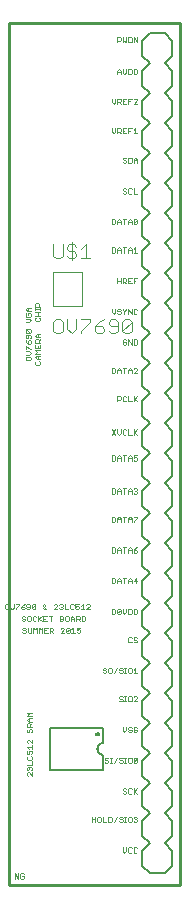
<source format=gto>
G75*
G70*
%OFA0B0*%
%FSLAX24Y24*%
%IPPOS*%
%LPD*%
%AMOC8*
5,1,8,0,0,1.08239X$1,22.5*
%
%ADD10C,0.0100*%
%ADD11C,0.0020*%
%ADD12C,0.0040*%
%ADD13C,0.0050*%
%ADD14C,0.0079*%
%ADD15C,0.0080*%
D10*
X000151Y000151D02*
X000151Y028891D01*
X005860Y028891D01*
X005860Y000151D01*
X000151Y000151D01*
D11*
X000350Y000358D02*
X000350Y000535D01*
X000468Y000358D01*
X000468Y000535D01*
X000531Y000506D02*
X000531Y000388D01*
X000561Y000358D01*
X000620Y000358D01*
X000649Y000388D01*
X000649Y000446D01*
X000590Y000446D01*
X000531Y000506D02*
X000561Y000535D01*
X000620Y000535D01*
X000649Y000506D01*
X000781Y003783D02*
X000752Y003813D01*
X000752Y003872D01*
X000781Y003901D01*
X000811Y003901D01*
X000929Y003783D01*
X000929Y003901D01*
X000899Y003964D02*
X000929Y003994D01*
X000929Y004053D01*
X000899Y004082D01*
X000870Y004082D01*
X000840Y004053D01*
X000840Y004023D01*
X000840Y004053D02*
X000811Y004082D01*
X000781Y004082D01*
X000752Y004053D01*
X000752Y003994D01*
X000781Y003964D01*
X000752Y004146D02*
X000929Y004146D01*
X000929Y004264D01*
X000899Y004327D02*
X000929Y004356D01*
X000929Y004415D01*
X000899Y004445D01*
X000899Y004508D02*
X000929Y004538D01*
X000929Y004597D01*
X000899Y004626D01*
X000840Y004626D01*
X000811Y004597D01*
X000811Y004567D01*
X000840Y004508D01*
X000752Y004508D01*
X000752Y004626D01*
X000811Y004689D02*
X000752Y004748D01*
X000929Y004748D01*
X000929Y004689D02*
X000929Y004807D01*
X000929Y004871D02*
X000811Y004989D01*
X000781Y004989D01*
X000752Y004959D01*
X000752Y004900D01*
X000781Y004871D01*
X000781Y004445D02*
X000752Y004415D01*
X000752Y004356D01*
X000781Y004327D01*
X000899Y004327D01*
X000929Y004871D02*
X000929Y004989D01*
X000899Y005233D02*
X000929Y005262D01*
X000929Y005321D01*
X000899Y005351D01*
X000870Y005351D01*
X000840Y005321D01*
X000840Y005262D01*
X000811Y005233D01*
X000781Y005233D01*
X000752Y005262D01*
X000752Y005321D01*
X000781Y005351D01*
X000752Y005414D02*
X000752Y005503D01*
X000781Y005532D01*
X000840Y005532D01*
X000870Y005503D01*
X000870Y005414D01*
X000929Y005414D02*
X000752Y005414D01*
X000811Y005595D02*
X000752Y005654D01*
X000811Y005713D01*
X000929Y005713D01*
X000929Y005777D02*
X000752Y005777D01*
X000811Y005836D01*
X000752Y005895D01*
X000929Y005895D01*
X000929Y005595D02*
X000811Y005595D01*
X000840Y005595D02*
X000840Y005713D01*
X000929Y005532D02*
X000870Y005473D01*
X000819Y008547D02*
X000878Y008547D01*
X000908Y008576D01*
X000908Y008724D01*
X000971Y008724D02*
X000971Y008547D01*
X001030Y008665D02*
X000971Y008724D01*
X001030Y008665D02*
X001089Y008724D01*
X001089Y008547D01*
X001152Y008547D02*
X001152Y008724D01*
X001211Y008665D01*
X001270Y008724D01*
X001270Y008547D01*
X001333Y008547D02*
X001333Y008724D01*
X001451Y008724D01*
X001514Y008724D02*
X001514Y008547D01*
X001514Y008606D02*
X001603Y008606D01*
X001632Y008635D01*
X001632Y008694D01*
X001603Y008724D01*
X001514Y008724D01*
X001573Y008606D02*
X001632Y008547D01*
X001550Y008941D02*
X001550Y009118D01*
X001491Y009118D02*
X001609Y009118D01*
X001648Y009334D02*
X001766Y009452D01*
X001766Y009482D01*
X001736Y009511D01*
X001677Y009511D01*
X001648Y009482D01*
X001648Y009334D02*
X001766Y009334D01*
X001829Y009364D02*
X001859Y009334D01*
X001918Y009334D01*
X001947Y009364D01*
X001947Y009393D01*
X001918Y009423D01*
X001888Y009423D01*
X001918Y009423D02*
X001947Y009452D01*
X001947Y009482D01*
X001918Y009511D01*
X001859Y009511D01*
X001829Y009482D01*
X001853Y009118D02*
X001942Y009118D01*
X001971Y009088D01*
X001971Y009059D01*
X001942Y009029D01*
X001853Y009029D01*
X001853Y008941D02*
X001853Y009118D01*
X001853Y008941D02*
X001942Y008941D01*
X001971Y008970D01*
X001971Y009000D01*
X001942Y009029D01*
X002034Y008970D02*
X002064Y008941D01*
X002123Y008941D01*
X002152Y008970D01*
X002152Y009088D01*
X002123Y009118D01*
X002064Y009118D01*
X002034Y009088D01*
X002034Y008970D01*
X002088Y008724D02*
X002058Y008694D01*
X002058Y008576D01*
X002176Y008694D01*
X002176Y008576D01*
X002147Y008547D01*
X002088Y008547D01*
X002058Y008576D01*
X001995Y008547D02*
X001877Y008547D01*
X001995Y008665D01*
X001995Y008694D01*
X001965Y008724D01*
X001906Y008724D01*
X001877Y008694D01*
X002088Y008724D02*
X002147Y008724D01*
X002176Y008694D01*
X002239Y008665D02*
X002298Y008724D01*
X002298Y008547D01*
X002239Y008547D02*
X002357Y008547D01*
X002421Y008576D02*
X002450Y008547D01*
X002509Y008547D01*
X002539Y008576D01*
X002539Y008635D01*
X002509Y008665D01*
X002479Y008665D01*
X002421Y008635D01*
X002421Y008724D01*
X002539Y008724D01*
X002515Y008941D02*
X002456Y009000D01*
X002485Y009000D02*
X002515Y009029D01*
X002515Y009088D01*
X002485Y009118D01*
X002397Y009118D01*
X002397Y008941D01*
X002397Y009000D02*
X002485Y009000D01*
X002578Y008941D02*
X002578Y009118D01*
X002666Y009118D01*
X002696Y009088D01*
X002696Y008970D01*
X002666Y008941D01*
X002578Y008941D01*
X002554Y009334D02*
X002672Y009334D01*
X002613Y009334D02*
X002613Y009511D01*
X002554Y009452D01*
X002491Y009423D02*
X002491Y009364D01*
X002461Y009334D01*
X002402Y009334D01*
X002373Y009364D01*
X002373Y009423D02*
X002432Y009452D01*
X002461Y009452D01*
X002491Y009423D01*
X002491Y009511D02*
X002373Y009511D01*
X002373Y009423D01*
X002310Y009482D02*
X002280Y009511D01*
X002221Y009511D01*
X002192Y009482D01*
X002192Y009364D01*
X002221Y009334D01*
X002280Y009334D01*
X002310Y009364D01*
X002274Y009118D02*
X002334Y009059D01*
X002334Y008941D01*
X002334Y009029D02*
X002216Y009029D01*
X002216Y009059D02*
X002274Y009118D01*
X002216Y009059D02*
X002216Y008941D01*
X002128Y009334D02*
X002010Y009334D01*
X002010Y009511D01*
X001451Y008547D02*
X001333Y008547D01*
X001333Y008635D02*
X001392Y008635D01*
X001427Y008941D02*
X001309Y008941D01*
X001309Y009118D01*
X001427Y009118D01*
X001368Y009029D02*
X001309Y009029D01*
X001246Y008941D02*
X001158Y009029D01*
X001128Y009000D02*
X001246Y009118D01*
X001315Y009334D02*
X001286Y009364D01*
X001286Y009393D01*
X001345Y009452D01*
X001345Y009482D01*
X001315Y009511D01*
X001286Y009482D01*
X001286Y009452D01*
X001404Y009334D01*
X001404Y009393D02*
X001345Y009334D01*
X001315Y009334D01*
X001128Y009118D02*
X001128Y008941D01*
X001065Y008970D02*
X001035Y008941D01*
X000976Y008941D01*
X000947Y008970D01*
X000947Y009088D01*
X000976Y009118D01*
X001035Y009118D01*
X001065Y009088D01*
X001012Y009334D02*
X000953Y009334D01*
X000923Y009364D01*
X001041Y009482D01*
X001041Y009364D01*
X001012Y009334D01*
X000923Y009364D02*
X000923Y009482D01*
X000953Y009511D01*
X001012Y009511D01*
X001041Y009482D01*
X000860Y009482D02*
X000830Y009511D01*
X000771Y009511D01*
X000742Y009482D01*
X000742Y009452D01*
X000771Y009423D01*
X000860Y009423D01*
X000860Y009364D02*
X000860Y009482D01*
X000860Y009364D02*
X000830Y009334D01*
X000771Y009334D01*
X000742Y009364D01*
X000679Y009364D02*
X000679Y009393D01*
X000649Y009423D01*
X000561Y009423D01*
X000561Y009364D01*
X000590Y009334D01*
X000649Y009334D01*
X000679Y009364D01*
X000620Y009482D02*
X000679Y009511D01*
X000620Y009482D02*
X000561Y009423D01*
X000497Y009482D02*
X000379Y009364D01*
X000379Y009334D01*
X000316Y009393D02*
X000316Y009511D01*
X000379Y009511D02*
X000497Y009511D01*
X000497Y009482D01*
X000614Y009118D02*
X000585Y009088D01*
X000585Y009059D01*
X000614Y009029D01*
X000673Y009029D01*
X000703Y009000D01*
X000703Y008970D01*
X000673Y008941D01*
X000614Y008941D01*
X000585Y008970D01*
X000614Y009118D02*
X000673Y009118D01*
X000703Y009088D01*
X000766Y009088D02*
X000766Y008970D01*
X000795Y008941D01*
X000854Y008941D01*
X000884Y008970D01*
X000884Y009088D01*
X000854Y009118D01*
X000795Y009118D01*
X000766Y009088D01*
X000790Y008724D02*
X000790Y008576D01*
X000819Y008547D01*
X000726Y008576D02*
X000697Y008547D01*
X000638Y008547D01*
X000608Y008576D01*
X000638Y008635D02*
X000697Y008635D01*
X000726Y008606D01*
X000726Y008576D01*
X000726Y008694D02*
X000697Y008724D01*
X000638Y008724D01*
X000608Y008694D01*
X000608Y008665D01*
X000638Y008635D01*
X000257Y009334D02*
X000316Y009393D01*
X000257Y009334D02*
X000198Y009393D01*
X000198Y009511D01*
X000135Y009482D02*
X000105Y009511D01*
X000046Y009511D01*
X000017Y009482D01*
X000017Y009364D01*
X000046Y009334D01*
X000105Y009334D01*
X000135Y009364D01*
X000135Y009482D01*
X001057Y017495D02*
X001175Y017495D01*
X001204Y017525D01*
X001204Y017584D01*
X001175Y017613D01*
X001204Y017677D02*
X001086Y017677D01*
X001027Y017736D01*
X001086Y017795D01*
X001204Y017795D01*
X001204Y017858D02*
X001027Y017858D01*
X001086Y017917D01*
X001027Y017976D01*
X001204Y017976D01*
X001204Y018039D02*
X001204Y018157D01*
X001204Y018220D02*
X001027Y018220D01*
X001027Y018309D01*
X001057Y018338D01*
X001116Y018338D01*
X001145Y018309D01*
X001145Y018220D01*
X001145Y018279D02*
X001204Y018338D01*
X001204Y018401D02*
X001086Y018401D01*
X001027Y018460D01*
X001086Y018519D01*
X001204Y018519D01*
X001204Y018039D02*
X001027Y018039D01*
X001027Y018157D01*
X001116Y018098D02*
X001116Y018039D01*
X001116Y017795D02*
X001116Y017677D01*
X001057Y017613D02*
X001027Y017584D01*
X001027Y017525D01*
X001057Y017495D01*
X000889Y017669D02*
X000889Y017728D01*
X000860Y017758D01*
X000742Y017758D01*
X000712Y017728D01*
X000712Y017669D01*
X000742Y017640D01*
X000860Y017640D01*
X000889Y017669D01*
X000830Y017821D02*
X000889Y017880D01*
X000830Y017939D01*
X000712Y017939D01*
X000712Y018002D02*
X000712Y018120D01*
X000742Y018120D01*
X000860Y018002D01*
X000889Y018002D01*
X000860Y018184D02*
X000801Y018184D01*
X000801Y018272D01*
X000830Y018302D01*
X000860Y018302D01*
X000889Y018272D01*
X000889Y018213D01*
X000860Y018184D01*
X000801Y018184D02*
X000742Y018243D01*
X000712Y018302D01*
X000742Y018365D02*
X000712Y018394D01*
X000712Y018453D01*
X000742Y018483D01*
X000860Y018483D01*
X000889Y018453D01*
X000889Y018394D01*
X000860Y018365D01*
X000801Y018394D02*
X000801Y018483D01*
X000860Y018546D02*
X000742Y018664D01*
X000860Y018664D01*
X000889Y018635D01*
X000889Y018576D01*
X000860Y018546D01*
X000742Y018546D01*
X000712Y018576D01*
X000712Y018635D01*
X000742Y018664D01*
X000712Y018909D02*
X000830Y018909D01*
X000889Y018967D01*
X000830Y019026D01*
X000712Y019026D01*
X000742Y019090D02*
X000712Y019119D01*
X000712Y019178D01*
X000742Y019208D01*
X000801Y019208D02*
X000801Y019149D01*
X000801Y019208D02*
X000860Y019208D01*
X000889Y019178D01*
X000889Y019119D01*
X000860Y019090D01*
X000742Y019090D01*
X000771Y019271D02*
X000712Y019330D01*
X000771Y019389D01*
X000889Y019389D01*
X000801Y019389D02*
X000801Y019271D01*
X000771Y019271D02*
X000889Y019271D01*
X001027Y019244D02*
X001204Y019244D01*
X001204Y019308D02*
X001204Y019367D01*
X001204Y019337D02*
X001027Y019337D01*
X001027Y019308D02*
X001027Y019367D01*
X001027Y019428D02*
X001027Y019517D01*
X001057Y019546D01*
X001116Y019546D01*
X001145Y019517D01*
X001145Y019428D01*
X001204Y019428D02*
X001027Y019428D01*
X001116Y019244D02*
X001116Y019126D01*
X001175Y019063D02*
X001204Y019034D01*
X001204Y018975D01*
X001175Y018945D01*
X001057Y018945D01*
X001027Y018975D01*
X001027Y019034D01*
X001057Y019063D01*
X001027Y019126D02*
X001204Y019126D01*
X001116Y018519D02*
X001116Y018401D01*
X000801Y018394D02*
X000771Y018365D01*
X000742Y018365D01*
X000712Y017821D02*
X000830Y017821D01*
X002765Y009511D02*
X002735Y009482D01*
X002765Y009511D02*
X002824Y009511D01*
X002853Y009482D01*
X002853Y009452D01*
X002735Y009334D01*
X002853Y009334D01*
X003313Y007385D02*
X003284Y007356D01*
X003284Y007326D01*
X003313Y007297D01*
X003372Y007297D01*
X003402Y007267D01*
X003402Y007238D01*
X003372Y007208D01*
X003313Y007208D01*
X003284Y007238D01*
X003313Y007385D02*
X003372Y007385D01*
X003402Y007356D01*
X003465Y007356D02*
X003465Y007238D01*
X003494Y007208D01*
X003553Y007208D01*
X003583Y007238D01*
X003583Y007356D01*
X003553Y007385D01*
X003494Y007385D01*
X003465Y007356D01*
X003646Y007208D02*
X003764Y007385D01*
X003827Y007356D02*
X003827Y007326D01*
X003857Y007297D01*
X003916Y007297D01*
X003945Y007267D01*
X003945Y007238D01*
X003916Y007208D01*
X003857Y007208D01*
X003827Y007238D01*
X003827Y007356D02*
X003857Y007385D01*
X003916Y007385D01*
X003945Y007356D01*
X004008Y007385D02*
X004067Y007385D01*
X004038Y007385D02*
X004038Y007208D01*
X004067Y007208D02*
X004008Y007208D01*
X004129Y007238D02*
X004159Y007208D01*
X004218Y007208D01*
X004247Y007238D01*
X004247Y007356D01*
X004218Y007385D01*
X004159Y007385D01*
X004129Y007356D01*
X004129Y007238D01*
X004159Y006441D02*
X004129Y006411D01*
X004129Y006293D01*
X004159Y006264D01*
X004218Y006264D01*
X004247Y006293D01*
X004247Y006411D01*
X004218Y006441D01*
X004159Y006441D01*
X004067Y006441D02*
X004009Y006441D01*
X004038Y006441D02*
X004038Y006264D01*
X004009Y006264D02*
X004067Y006264D01*
X003945Y006293D02*
X003916Y006264D01*
X003857Y006264D01*
X003827Y006293D01*
X003857Y006352D02*
X003827Y006382D01*
X003827Y006411D01*
X003857Y006441D01*
X003916Y006441D01*
X003945Y006411D01*
X003916Y006352D02*
X003857Y006352D01*
X003916Y006352D02*
X003945Y006323D01*
X003945Y006293D01*
X003948Y005417D02*
X003948Y005299D01*
X004007Y005240D01*
X004066Y005299D01*
X004066Y005417D01*
X004129Y005387D02*
X004129Y005358D01*
X004159Y005328D01*
X004218Y005328D01*
X004247Y005299D01*
X004247Y005269D01*
X004218Y005240D01*
X004159Y005240D01*
X004129Y005269D01*
X004129Y005387D02*
X004159Y005417D01*
X004218Y005417D01*
X004247Y005387D01*
X004311Y005387D02*
X004311Y005358D01*
X004340Y005328D01*
X004399Y005328D01*
X004429Y005299D01*
X004429Y005269D01*
X004399Y005240D01*
X004340Y005240D01*
X004311Y005269D01*
X004311Y005387D02*
X004340Y005417D01*
X004399Y005417D01*
X004429Y005387D01*
X004429Y006264D02*
X004311Y006264D01*
X004429Y006382D01*
X004429Y006411D01*
X004399Y006441D01*
X004340Y006441D01*
X004311Y006411D01*
X004310Y007208D02*
X004428Y007208D01*
X004369Y007208D02*
X004369Y007385D01*
X004310Y007326D01*
X004340Y008232D02*
X004311Y008262D01*
X004340Y008232D02*
X004399Y008232D01*
X004429Y008262D01*
X004429Y008291D01*
X004399Y008321D01*
X004340Y008321D01*
X004311Y008350D01*
X004311Y008380D01*
X004340Y008409D01*
X004399Y008409D01*
X004429Y008380D01*
X004247Y008380D02*
X004218Y008409D01*
X004159Y008409D01*
X004129Y008380D01*
X004129Y008262D01*
X004159Y008232D01*
X004218Y008232D01*
X004247Y008262D01*
X004218Y009177D02*
X004129Y009177D01*
X004129Y009354D01*
X004218Y009354D01*
X004247Y009324D01*
X004247Y009206D01*
X004218Y009177D01*
X004311Y009177D02*
X004311Y009354D01*
X004399Y009354D01*
X004429Y009324D01*
X004429Y009206D01*
X004399Y009177D01*
X004311Y009177D01*
X004066Y009236D02*
X004066Y009354D01*
X004066Y009236D02*
X004007Y009177D01*
X003948Y009236D01*
X003948Y009354D01*
X003885Y009324D02*
X003885Y009206D01*
X003855Y009177D01*
X003796Y009177D01*
X003767Y009206D01*
X003885Y009324D01*
X003855Y009354D01*
X003796Y009354D01*
X003767Y009324D01*
X003767Y009206D01*
X003704Y009206D02*
X003704Y009324D01*
X003674Y009354D01*
X003586Y009354D01*
X003586Y009177D01*
X003674Y009177D01*
X003704Y009206D01*
X003674Y010201D02*
X003586Y010201D01*
X003586Y010378D01*
X003674Y010378D01*
X003704Y010348D01*
X003704Y010230D01*
X003674Y010201D01*
X003767Y010201D02*
X003767Y010319D01*
X003826Y010378D01*
X003885Y010319D01*
X003885Y010201D01*
X003885Y010289D02*
X003767Y010289D01*
X003948Y010378D02*
X004066Y010378D01*
X004007Y010378D02*
X004007Y010201D01*
X004129Y010201D02*
X004129Y010319D01*
X004188Y010378D01*
X004247Y010319D01*
X004247Y010201D01*
X004247Y010289D02*
X004129Y010289D01*
X004311Y010289D02*
X004429Y010289D01*
X004399Y010378D02*
X004311Y010289D01*
X004399Y010201D02*
X004399Y010378D01*
X004399Y011224D02*
X004340Y011224D01*
X004311Y011254D01*
X004311Y011313D01*
X004399Y011313D01*
X004429Y011283D01*
X004429Y011254D01*
X004399Y011224D01*
X004311Y011313D02*
X004369Y011372D01*
X004429Y011401D01*
X004247Y011342D02*
X004247Y011224D01*
X004247Y011313D02*
X004129Y011313D01*
X004129Y011342D02*
X004129Y011224D01*
X004129Y011342D02*
X004188Y011401D01*
X004247Y011342D01*
X004066Y011401D02*
X003948Y011401D01*
X004007Y011401D02*
X004007Y011224D01*
X003885Y011224D02*
X003885Y011342D01*
X003826Y011401D01*
X003767Y011342D01*
X003767Y011224D01*
X003704Y011254D02*
X003704Y011372D01*
X003674Y011401D01*
X003586Y011401D01*
X003586Y011224D01*
X003674Y011224D01*
X003704Y011254D01*
X003767Y011313D02*
X003885Y011313D01*
X003885Y012248D02*
X003885Y012366D01*
X003826Y012425D01*
X003767Y012366D01*
X003767Y012248D01*
X003704Y012277D02*
X003704Y012395D01*
X003674Y012425D01*
X003586Y012425D01*
X003586Y012248D01*
X003674Y012248D01*
X003704Y012277D01*
X003767Y012336D02*
X003885Y012336D01*
X003948Y012425D02*
X004066Y012425D01*
X004007Y012425D02*
X004007Y012248D01*
X004129Y012248D02*
X004129Y012366D01*
X004188Y012425D01*
X004247Y012366D01*
X004247Y012248D01*
X004311Y012248D02*
X004311Y012277D01*
X004429Y012395D01*
X004429Y012425D01*
X004311Y012425D01*
X004247Y012336D02*
X004129Y012336D01*
X004129Y013193D02*
X004129Y013311D01*
X004188Y013370D01*
X004247Y013311D01*
X004247Y013193D01*
X004311Y013222D02*
X004340Y013193D01*
X004399Y013193D01*
X004429Y013222D01*
X004429Y013252D01*
X004399Y013281D01*
X004369Y013281D01*
X004399Y013281D02*
X004429Y013311D01*
X004429Y013340D01*
X004399Y013370D01*
X004340Y013370D01*
X004311Y013340D01*
X004247Y013281D02*
X004129Y013281D01*
X004066Y013370D02*
X003948Y013370D01*
X004007Y013370D02*
X004007Y013193D01*
X003885Y013193D02*
X003885Y013311D01*
X003826Y013370D01*
X003767Y013311D01*
X003767Y013193D01*
X003704Y013222D02*
X003704Y013340D01*
X003674Y013370D01*
X003586Y013370D01*
X003586Y013193D01*
X003674Y013193D01*
X003704Y013222D01*
X003767Y013281D02*
X003885Y013281D01*
X003885Y014295D02*
X003885Y014413D01*
X003826Y014472D01*
X003767Y014413D01*
X003767Y014295D01*
X003704Y014325D02*
X003704Y014443D01*
X003674Y014472D01*
X003586Y014472D01*
X003586Y014295D01*
X003674Y014295D01*
X003704Y014325D01*
X003767Y014384D02*
X003885Y014384D01*
X003948Y014472D02*
X004066Y014472D01*
X004007Y014472D02*
X004007Y014295D01*
X004129Y014295D02*
X004129Y014413D01*
X004188Y014472D01*
X004247Y014413D01*
X004247Y014295D01*
X004311Y014325D02*
X004340Y014295D01*
X004399Y014295D01*
X004429Y014325D01*
X004429Y014384D01*
X004399Y014413D01*
X004369Y014413D01*
X004311Y014384D01*
X004311Y014472D01*
X004429Y014472D01*
X004247Y014384D02*
X004129Y014384D01*
X004129Y015161D02*
X004247Y015161D01*
X004311Y015161D02*
X004311Y015338D01*
X004340Y015250D02*
X004429Y015161D01*
X004311Y015220D02*
X004429Y015338D01*
X004429Y016264D02*
X004340Y016352D01*
X004311Y016323D02*
X004429Y016441D01*
X004311Y016441D02*
X004311Y016264D01*
X004247Y016264D02*
X004129Y016264D01*
X004129Y016441D01*
X004066Y016411D02*
X004037Y016441D01*
X003978Y016441D01*
X003948Y016411D01*
X003948Y016293D01*
X003978Y016264D01*
X004037Y016264D01*
X004066Y016293D01*
X003885Y016352D02*
X003855Y016323D01*
X003767Y016323D01*
X003767Y016264D02*
X003767Y016441D01*
X003855Y016441D01*
X003885Y016411D01*
X003885Y016352D01*
X003885Y017208D02*
X003885Y017326D01*
X003826Y017385D01*
X003767Y017326D01*
X003767Y017208D01*
X003704Y017238D02*
X003704Y017356D01*
X003674Y017385D01*
X003586Y017385D01*
X003586Y017208D01*
X003674Y017208D01*
X003704Y017238D01*
X003767Y017297D02*
X003885Y017297D01*
X003948Y017385D02*
X004066Y017385D01*
X004007Y017385D02*
X004007Y017208D01*
X004129Y017208D02*
X004129Y017326D01*
X004188Y017385D01*
X004247Y017326D01*
X004247Y017208D01*
X004311Y017208D02*
X004429Y017326D01*
X004429Y017356D01*
X004399Y017385D01*
X004340Y017385D01*
X004311Y017356D01*
X004247Y017297D02*
X004129Y017297D01*
X004311Y017208D02*
X004429Y017208D01*
X004399Y018153D02*
X004311Y018153D01*
X004311Y018330D01*
X004399Y018330D01*
X004429Y018301D01*
X004429Y018183D01*
X004399Y018153D01*
X004247Y018153D02*
X004247Y018330D01*
X004129Y018330D02*
X004247Y018153D01*
X004129Y018153D02*
X004129Y018330D01*
X004066Y018301D02*
X004037Y018330D01*
X003978Y018330D01*
X003948Y018301D01*
X003948Y018183D01*
X003978Y018153D01*
X004037Y018153D01*
X004066Y018183D01*
X004066Y018242D01*
X004007Y018242D01*
X004007Y019177D02*
X004007Y019265D01*
X004066Y019324D01*
X004066Y019354D01*
X004129Y019354D02*
X004247Y019177D01*
X004247Y019354D01*
X004311Y019324D02*
X004311Y019206D01*
X004340Y019177D01*
X004399Y019177D01*
X004429Y019206D01*
X004429Y019324D02*
X004399Y019354D01*
X004340Y019354D01*
X004311Y019324D01*
X004129Y019354D02*
X004129Y019177D01*
X004007Y019265D02*
X003948Y019324D01*
X003948Y019354D01*
X003885Y019324D02*
X003855Y019354D01*
X003796Y019354D01*
X003767Y019324D01*
X003767Y019295D01*
X003796Y019265D01*
X003855Y019265D01*
X003885Y019236D01*
X003885Y019206D01*
X003855Y019177D01*
X003796Y019177D01*
X003767Y019206D01*
X003704Y019236D02*
X003704Y019354D01*
X003704Y019236D02*
X003645Y019177D01*
X003586Y019236D01*
X003586Y019354D01*
X003767Y020201D02*
X003767Y020378D01*
X003767Y020289D02*
X003885Y020289D01*
X003948Y020260D02*
X004037Y020260D01*
X004066Y020289D01*
X004066Y020348D01*
X004037Y020378D01*
X003948Y020378D01*
X003948Y020201D01*
X003885Y020201D02*
X003885Y020378D01*
X004007Y020260D02*
X004066Y020201D01*
X004129Y020201D02*
X004129Y020378D01*
X004247Y020378D01*
X004311Y020378D02*
X004311Y020201D01*
X004247Y020201D02*
X004129Y020201D01*
X004129Y020289D02*
X004188Y020289D01*
X004311Y020289D02*
X004370Y020289D01*
X004311Y020378D02*
X004429Y020378D01*
X004429Y021224D02*
X004311Y021224D01*
X004369Y021224D02*
X004369Y021401D01*
X004311Y021342D01*
X004247Y021342D02*
X004247Y021224D01*
X004247Y021313D02*
X004129Y021313D01*
X004129Y021342D02*
X004188Y021401D01*
X004247Y021342D01*
X004129Y021342D02*
X004129Y021224D01*
X004066Y021401D02*
X003948Y021401D01*
X004007Y021401D02*
X004007Y021224D01*
X003885Y021224D02*
X003885Y021342D01*
X003826Y021401D01*
X003767Y021342D01*
X003767Y021224D01*
X003704Y021254D02*
X003704Y021372D01*
X003674Y021401D01*
X003586Y021401D01*
X003586Y021224D01*
X003674Y021224D01*
X003704Y021254D01*
X003767Y021313D02*
X003885Y021313D01*
X003885Y022169D02*
X003885Y022287D01*
X003826Y022346D01*
X003767Y022287D01*
X003767Y022169D01*
X003704Y022199D02*
X003704Y022317D01*
X003674Y022346D01*
X003586Y022346D01*
X003586Y022169D01*
X003674Y022169D01*
X003704Y022199D01*
X003767Y022258D02*
X003885Y022258D01*
X003948Y022346D02*
X004066Y022346D01*
X004007Y022346D02*
X004007Y022169D01*
X004129Y022169D02*
X004129Y022287D01*
X004188Y022346D01*
X004247Y022287D01*
X004247Y022169D01*
X004311Y022199D02*
X004429Y022317D01*
X004429Y022199D01*
X004399Y022169D01*
X004340Y022169D01*
X004311Y022199D01*
X004311Y022317D01*
X004340Y022346D01*
X004399Y022346D01*
X004429Y022317D01*
X004247Y022258D02*
X004129Y022258D01*
X004159Y023193D02*
X004129Y023222D01*
X004129Y023340D01*
X004159Y023370D01*
X004218Y023370D01*
X004247Y023340D01*
X004311Y023370D02*
X004311Y023193D01*
X004429Y023193D01*
X004247Y023222D02*
X004218Y023193D01*
X004159Y023193D01*
X004066Y023222D02*
X004037Y023193D01*
X003978Y023193D01*
X003948Y023222D01*
X003978Y023281D02*
X003948Y023311D01*
X003948Y023340D01*
X003978Y023370D01*
X004037Y023370D01*
X004066Y023340D01*
X004037Y023281D02*
X004066Y023252D01*
X004066Y023222D01*
X004037Y023281D02*
X003978Y023281D01*
X003978Y024216D02*
X003948Y024246D01*
X003978Y024216D02*
X004037Y024216D01*
X004066Y024246D01*
X004066Y024275D01*
X004037Y024305D01*
X003978Y024305D01*
X003948Y024334D01*
X003948Y024364D01*
X003978Y024393D01*
X004037Y024393D01*
X004066Y024364D01*
X004129Y024393D02*
X004218Y024393D01*
X004247Y024364D01*
X004247Y024246D01*
X004218Y024216D01*
X004129Y024216D01*
X004129Y024393D01*
X004311Y024334D02*
X004370Y024393D01*
X004429Y024334D01*
X004429Y024216D01*
X004429Y024305D02*
X004311Y024305D01*
X004311Y024334D02*
X004311Y024216D01*
X004311Y025201D02*
X004429Y025201D01*
X004369Y025201D02*
X004369Y025378D01*
X004311Y025319D01*
X004247Y025378D02*
X004129Y025378D01*
X004129Y025201D01*
X004066Y025201D02*
X003948Y025201D01*
X003948Y025378D01*
X004066Y025378D01*
X004007Y025289D02*
X003948Y025289D01*
X003885Y025289D02*
X003855Y025260D01*
X003767Y025260D01*
X003826Y025260D02*
X003885Y025201D01*
X003885Y025289D02*
X003885Y025348D01*
X003855Y025378D01*
X003767Y025378D01*
X003767Y025201D01*
X003704Y025260D02*
X003704Y025378D01*
X003704Y025260D02*
X003645Y025201D01*
X003586Y025260D01*
X003586Y025378D01*
X003645Y026185D02*
X003586Y026244D01*
X003586Y026362D01*
X003704Y026244D02*
X003645Y026185D01*
X003704Y026244D02*
X003704Y026362D01*
X003767Y026362D02*
X003855Y026362D01*
X003885Y026332D01*
X003885Y026273D01*
X003855Y026244D01*
X003767Y026244D01*
X003826Y026244D02*
X003885Y026185D01*
X003948Y026185D02*
X004066Y026185D01*
X004129Y026185D02*
X004129Y026362D01*
X004247Y026362D01*
X004311Y026332D02*
X004340Y026362D01*
X004399Y026362D01*
X004429Y026332D01*
X004429Y026303D01*
X004311Y026185D01*
X004429Y026185D01*
X004399Y027169D02*
X004311Y027169D01*
X004311Y027346D01*
X004399Y027346D01*
X004429Y027317D01*
X004429Y027199D01*
X004399Y027169D01*
X004247Y027199D02*
X004247Y027317D01*
X004218Y027346D01*
X004129Y027346D01*
X004129Y027169D01*
X004218Y027169D01*
X004247Y027199D01*
X004066Y027228D02*
X004066Y027346D01*
X004066Y027228D02*
X004007Y027169D01*
X003948Y027228D01*
X003948Y027346D01*
X003885Y027287D02*
X003885Y027169D01*
X003885Y027258D02*
X003767Y027258D01*
X003767Y027287D02*
X003826Y027346D01*
X003885Y027287D01*
X003767Y027287D02*
X003767Y027169D01*
X003767Y026362D02*
X003767Y026185D01*
X003948Y026185D02*
X003948Y026362D01*
X004066Y026362D01*
X004007Y026273D02*
X003948Y026273D01*
X004129Y026273D02*
X004188Y026273D01*
X004188Y025289D02*
X004129Y025289D01*
X004129Y028232D02*
X004218Y028232D01*
X004247Y028262D01*
X004247Y028380D01*
X004218Y028409D01*
X004129Y028409D01*
X004129Y028232D01*
X004066Y028232D02*
X004066Y028409D01*
X004007Y028291D02*
X004066Y028232D01*
X004007Y028291D02*
X003948Y028232D01*
X003948Y028409D01*
X003885Y028380D02*
X003885Y028321D01*
X003855Y028291D01*
X003767Y028291D01*
X003767Y028232D02*
X003767Y028409D01*
X003855Y028409D01*
X003885Y028380D01*
X004311Y028409D02*
X004429Y028232D01*
X004429Y028409D01*
X004311Y028409D02*
X004311Y028232D01*
X004129Y015338D02*
X004129Y015161D01*
X004066Y015191D02*
X004037Y015161D01*
X003978Y015161D01*
X003948Y015191D01*
X003948Y015309D01*
X003978Y015338D01*
X004037Y015338D01*
X004066Y015309D01*
X003885Y015338D02*
X003885Y015220D01*
X003826Y015161D01*
X003767Y015220D01*
X003767Y015338D01*
X003704Y015338D02*
X003586Y015161D01*
X003704Y015161D02*
X003586Y015338D01*
X003525Y004393D02*
X003584Y004393D01*
X003555Y004393D02*
X003555Y004216D01*
X003584Y004216D02*
X003525Y004216D01*
X003462Y004246D02*
X003432Y004216D01*
X003373Y004216D01*
X003344Y004246D01*
X003373Y004305D02*
X003344Y004334D01*
X003344Y004364D01*
X003373Y004393D01*
X003432Y004393D01*
X003462Y004364D01*
X003432Y004305D02*
X003373Y004305D01*
X003432Y004305D02*
X003462Y004275D01*
X003462Y004246D01*
X003646Y004216D02*
X003764Y004393D01*
X003827Y004364D02*
X003827Y004334D01*
X003857Y004305D01*
X003916Y004305D01*
X003945Y004275D01*
X003945Y004246D01*
X003916Y004216D01*
X003857Y004216D01*
X003827Y004246D01*
X003827Y004364D02*
X003857Y004393D01*
X003916Y004393D01*
X003945Y004364D01*
X004008Y004393D02*
X004067Y004393D01*
X004038Y004393D02*
X004038Y004216D01*
X004067Y004216D02*
X004008Y004216D01*
X004129Y004246D02*
X004159Y004216D01*
X004218Y004216D01*
X004247Y004246D01*
X004247Y004364D01*
X004218Y004393D01*
X004159Y004393D01*
X004129Y004364D01*
X004129Y004246D01*
X004310Y004246D02*
X004428Y004364D01*
X004428Y004246D01*
X004399Y004216D01*
X004340Y004216D01*
X004310Y004246D01*
X004310Y004364D01*
X004340Y004393D01*
X004399Y004393D01*
X004428Y004364D01*
X004429Y003370D02*
X004311Y003252D01*
X004340Y003281D02*
X004429Y003193D01*
X004311Y003193D02*
X004311Y003370D01*
X004247Y003340D02*
X004218Y003370D01*
X004159Y003370D01*
X004129Y003340D01*
X004129Y003222D01*
X004159Y003193D01*
X004218Y003193D01*
X004247Y003222D01*
X004066Y003222D02*
X004037Y003193D01*
X003978Y003193D01*
X003948Y003222D01*
X003978Y003281D02*
X003948Y003311D01*
X003948Y003340D01*
X003978Y003370D01*
X004037Y003370D01*
X004066Y003340D01*
X004037Y003281D02*
X004066Y003252D01*
X004066Y003222D01*
X004037Y003281D02*
X003978Y003281D01*
X004008Y002425D02*
X004067Y002425D01*
X004038Y002425D02*
X004038Y002248D01*
X004067Y002248D02*
X004008Y002248D01*
X003945Y002277D02*
X003916Y002248D01*
X003857Y002248D01*
X003827Y002277D01*
X003857Y002336D02*
X003827Y002366D01*
X003827Y002395D01*
X003857Y002425D01*
X003916Y002425D01*
X003945Y002395D01*
X003916Y002336D02*
X003945Y002307D01*
X003945Y002277D01*
X003916Y002336D02*
X003857Y002336D01*
X003764Y002425D02*
X003646Y002248D01*
X003583Y002277D02*
X003583Y002395D01*
X003553Y002425D01*
X003465Y002425D01*
X003465Y002248D01*
X003553Y002248D01*
X003583Y002277D01*
X003401Y002248D02*
X003283Y002248D01*
X003283Y002425D01*
X003220Y002395D02*
X003220Y002277D01*
X003191Y002248D01*
X003132Y002248D01*
X003102Y002277D01*
X003102Y002395D01*
X003132Y002425D01*
X003191Y002425D01*
X003220Y002395D01*
X003039Y002425D02*
X003039Y002248D01*
X003039Y002336D02*
X002921Y002336D01*
X002921Y002248D02*
X002921Y002425D01*
X003948Y001401D02*
X003948Y001283D01*
X004007Y001224D01*
X004066Y001283D01*
X004066Y001401D01*
X004129Y001372D02*
X004129Y001254D01*
X004159Y001224D01*
X004218Y001224D01*
X004247Y001254D01*
X004311Y001254D02*
X004340Y001224D01*
X004399Y001224D01*
X004429Y001254D01*
X004429Y001372D02*
X004399Y001401D01*
X004340Y001401D01*
X004311Y001372D01*
X004311Y001254D01*
X004247Y001372D02*
X004218Y001401D01*
X004159Y001401D01*
X004129Y001372D01*
X004159Y002248D02*
X004129Y002277D01*
X004129Y002395D01*
X004159Y002425D01*
X004218Y002425D01*
X004247Y002395D01*
X004247Y002277D01*
X004218Y002248D01*
X004159Y002248D01*
X004310Y002277D02*
X004340Y002248D01*
X004399Y002248D01*
X004428Y002277D01*
X004428Y002307D01*
X004399Y002336D01*
X004369Y002336D01*
X004399Y002336D02*
X004428Y002366D01*
X004428Y002395D01*
X004399Y002425D01*
X004340Y002425D01*
X004310Y002395D01*
D12*
X004168Y018541D02*
X004014Y018541D01*
X003938Y018618D01*
X004244Y018925D01*
X004244Y018618D01*
X004168Y018541D01*
X004244Y018925D02*
X004168Y019002D01*
X004014Y019002D01*
X003938Y018925D01*
X003938Y018618D01*
X003784Y018618D02*
X003784Y018925D01*
X003707Y019002D01*
X003554Y019002D01*
X003477Y018925D01*
X003477Y018848D01*
X003554Y018771D01*
X003784Y018771D01*
X003784Y018618D02*
X003707Y018541D01*
X003554Y018541D01*
X003477Y018618D01*
X003324Y018618D02*
X003324Y018695D01*
X003247Y018771D01*
X003017Y018771D01*
X003017Y018618D01*
X003094Y018541D01*
X003247Y018541D01*
X003324Y018618D01*
X003170Y018925D02*
X003324Y019002D01*
X003170Y018925D02*
X003017Y018771D01*
X002863Y018925D02*
X002556Y018618D01*
X002556Y018541D01*
X002556Y019002D02*
X002863Y019002D01*
X002863Y018925D01*
X002602Y019448D02*
X001630Y019448D01*
X001630Y020594D01*
X002602Y020594D01*
X002602Y019448D01*
X002403Y019002D02*
X002403Y018695D01*
X002250Y018541D01*
X002096Y018695D01*
X002096Y019002D01*
X001943Y018925D02*
X001943Y018618D01*
X001866Y018541D01*
X001712Y018541D01*
X001636Y018618D01*
X001636Y018925D01*
X001712Y019002D01*
X001866Y019002D01*
X001943Y018925D01*
X002250Y020965D02*
X002250Y021578D01*
X002326Y021502D02*
X002173Y021502D01*
X002096Y021425D01*
X002096Y021348D01*
X002173Y021271D01*
X002326Y021271D01*
X002403Y021195D01*
X002403Y021118D01*
X002326Y021041D01*
X002173Y021041D01*
X002096Y021118D01*
X001943Y021118D02*
X001943Y021502D01*
X001943Y021118D02*
X001866Y021041D01*
X001712Y021041D01*
X001636Y021118D01*
X001636Y021502D01*
X002326Y021502D02*
X002403Y021425D01*
X002556Y021348D02*
X002710Y021502D01*
X002710Y021041D01*
X002863Y021041D02*
X002556Y021041D01*
D13*
X003305Y005372D02*
X001533Y005372D01*
X001533Y003994D01*
X003305Y003994D01*
X003305Y004486D01*
X003108Y004683D02*
X003110Y004709D01*
X003115Y004734D01*
X003123Y004758D01*
X003134Y004782D01*
X003149Y004803D01*
X003166Y004822D01*
X003185Y004839D01*
X003206Y004854D01*
X003230Y004865D01*
X003254Y004873D01*
X003279Y004878D01*
X003305Y004880D01*
X003305Y005372D01*
X003108Y004683D02*
X003110Y004657D01*
X003115Y004632D01*
X003123Y004608D01*
X003134Y004585D01*
X003149Y004563D01*
X003166Y004544D01*
X003185Y004527D01*
X003206Y004512D01*
X003230Y004501D01*
X003254Y004493D01*
X003279Y004488D01*
X003305Y004486D01*
D14*
X003069Y005175D02*
X003071Y005187D01*
X003076Y005198D01*
X003085Y005207D01*
X003096Y005212D01*
X003108Y005214D01*
X003120Y005212D01*
X003131Y005207D01*
X003140Y005198D01*
X003145Y005187D01*
X003147Y005175D01*
X003145Y005163D01*
X003140Y005152D01*
X003131Y005143D01*
X003120Y005138D01*
X003108Y005136D01*
X003096Y005138D01*
X003085Y005143D01*
X003076Y005152D01*
X003071Y005163D01*
X003069Y005175D01*
D15*
X004604Y005291D02*
X004604Y004791D01*
X004854Y004541D01*
X004604Y004291D01*
X004604Y003791D01*
X004854Y003541D01*
X004604Y003291D01*
X004604Y002791D01*
X004854Y002541D01*
X004604Y002291D01*
X004604Y001791D01*
X004854Y001541D01*
X004604Y001291D01*
X004604Y000791D01*
X004854Y000541D01*
X005354Y000541D01*
X005604Y000791D01*
X005604Y001291D01*
X005354Y001541D01*
X005604Y001791D01*
X005604Y002291D01*
X005354Y002541D01*
X005604Y002791D01*
X005604Y003291D01*
X005354Y003541D01*
X005604Y003791D01*
X005604Y004291D01*
X005354Y004541D01*
X005604Y004791D01*
X005604Y005291D01*
X005354Y005541D01*
X005604Y005791D01*
X005604Y006291D01*
X005354Y006541D01*
X005604Y006791D01*
X005604Y007291D01*
X005354Y007541D01*
X005604Y007791D01*
X005604Y008291D01*
X005354Y008541D01*
X005604Y008791D01*
X005604Y009291D01*
X005354Y009541D01*
X005604Y009791D01*
X005604Y010291D01*
X005354Y010541D01*
X005604Y010791D01*
X005604Y011291D01*
X005354Y011541D01*
X005604Y011791D01*
X005604Y012291D01*
X005354Y012541D01*
X005604Y012791D01*
X005604Y013291D01*
X005354Y013541D01*
X005604Y013791D01*
X005604Y014291D01*
X005354Y014541D01*
X005604Y014791D01*
X005604Y015291D01*
X005354Y015541D01*
X005604Y015791D01*
X005604Y016291D01*
X005354Y016541D01*
X005604Y016791D01*
X005604Y017291D01*
X005354Y017541D01*
X005604Y017791D01*
X005604Y018291D01*
X005354Y018541D01*
X005604Y018791D01*
X005604Y019291D01*
X005354Y019541D01*
X005604Y019791D01*
X005604Y020291D01*
X005354Y020541D01*
X005604Y020791D01*
X005604Y021291D01*
X005354Y021541D01*
X005604Y021791D01*
X005604Y022291D01*
X005354Y022541D01*
X005604Y022791D01*
X005604Y023291D01*
X005354Y023541D01*
X005604Y023791D01*
X005604Y024291D01*
X005354Y024541D01*
X005604Y024791D01*
X005604Y025291D01*
X005354Y025541D01*
X005604Y025791D01*
X005604Y026291D01*
X005354Y026541D01*
X005604Y026791D01*
X005604Y027291D01*
X005354Y027541D01*
X005604Y027791D01*
X005604Y028291D01*
X005354Y028541D01*
X004854Y028541D01*
X004604Y028291D01*
X004604Y027791D01*
X004854Y027541D01*
X004604Y027291D01*
X004604Y026791D01*
X004854Y026541D01*
X004604Y026291D01*
X004604Y025791D01*
X004854Y025541D01*
X004604Y025291D01*
X004604Y024791D01*
X004854Y024541D01*
X004604Y024291D01*
X004604Y023791D01*
X004854Y023541D01*
X004604Y023291D01*
X004604Y022791D01*
X004854Y022541D01*
X004604Y022291D01*
X004604Y021791D01*
X004854Y021541D01*
X004604Y021291D01*
X004604Y020791D01*
X004854Y020541D01*
X004604Y020291D01*
X004604Y019791D01*
X004854Y019541D01*
X004604Y019291D01*
X004604Y018791D01*
X004854Y018541D01*
X004604Y018291D01*
X004604Y017791D01*
X004854Y017541D01*
X004604Y017291D01*
X004604Y016791D01*
X004854Y016541D01*
X004604Y016291D01*
X004604Y015791D01*
X004854Y015541D01*
X004604Y015291D01*
X004604Y014791D01*
X004854Y014541D01*
X004604Y014291D01*
X004604Y013791D01*
X004854Y013541D01*
X004604Y013291D01*
X004604Y012791D01*
X004854Y012541D01*
X004604Y012291D01*
X004604Y011791D01*
X004854Y011541D01*
X004604Y011291D01*
X004604Y010791D01*
X004854Y010541D01*
X004604Y010291D01*
X004604Y009791D01*
X004854Y009541D01*
X004604Y009291D01*
X004604Y008791D01*
X004854Y008541D01*
X004604Y008291D01*
X004604Y007791D01*
X004854Y007541D01*
X004604Y007291D01*
X004604Y006791D01*
X004854Y006541D01*
X004604Y006291D01*
X004604Y005791D01*
X004854Y005541D01*
X004604Y005291D01*
M02*

</source>
